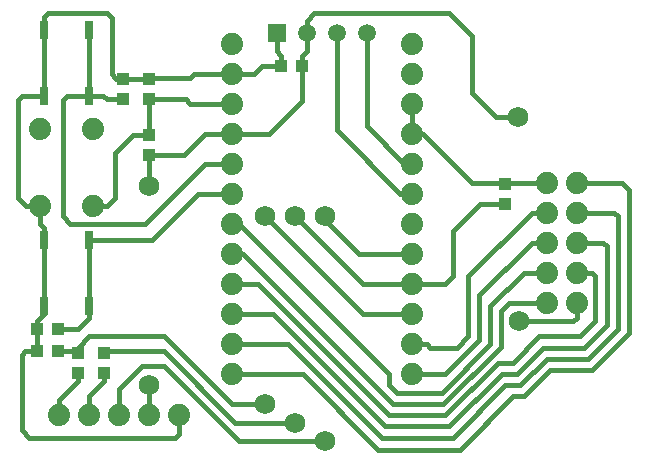
<source format=gbr>
G04 EAGLE Gerber RS-274X export*
G75*
%MOMM*%
%FSLAX34Y34*%
%LPD*%
%INTop Copper*%
%IPPOS*%
%AMOC8*
5,1,8,0,0,1.08239X$1,22.5*%
G01*
%ADD10C,1.879600*%
%ADD11R,1.508000X1.508000*%
%ADD12C,1.508000*%
%ADD13R,0.762000X1.524000*%
%ADD14R,1.080000X1.050000*%
%ADD15R,1.050000X1.080000*%
%ADD16R,1.100000X1.000000*%
%ADD17C,0.406400*%
%ADD18C,1.752600*%


D10*
X381000Y342900D03*
X381000Y317500D03*
X381000Y292100D03*
X381000Y266700D03*
X381000Y241300D03*
X381000Y215900D03*
X381000Y190500D03*
X381000Y165100D03*
X381000Y139700D03*
X381000Y114300D03*
X381000Y88900D03*
X381000Y63500D03*
X228600Y63500D03*
X228600Y88900D03*
X228600Y114300D03*
X228600Y139700D03*
X228600Y165100D03*
X228600Y190500D03*
X228600Y215900D03*
X228600Y241300D03*
X228600Y266700D03*
X228600Y292100D03*
X228600Y317500D03*
X228600Y342900D03*
D11*
X266700Y352425D03*
D12*
X292100Y352425D03*
X317500Y352425D03*
X342900Y352425D03*
D10*
X66294Y205613D03*
X66294Y270637D03*
X111506Y205613D03*
X111506Y270637D03*
D13*
X69850Y299085D03*
X69850Y354965D03*
X107950Y299085D03*
X107950Y354965D03*
D10*
X520700Y123825D03*
X495300Y123825D03*
X520700Y149225D03*
X495300Y149225D03*
X520700Y174625D03*
X495300Y174625D03*
X520700Y200025D03*
X495300Y200025D03*
X520700Y225425D03*
X495300Y225425D03*
X82550Y28575D03*
X107950Y28575D03*
X133350Y28575D03*
X158750Y28575D03*
X184150Y28575D03*
D13*
X69850Y121285D03*
X69850Y177165D03*
X107950Y121285D03*
X107950Y177165D03*
D14*
X158750Y296050D03*
X158750Y313550D03*
D15*
X81775Y82550D03*
X64275Y82550D03*
D14*
X460375Y207150D03*
X460375Y224650D03*
D15*
X288150Y323850D03*
X270650Y323850D03*
D16*
X158750Y265675D03*
X158750Y248675D03*
X98425Y64525D03*
X98425Y81525D03*
X120650Y64525D03*
X120650Y81525D03*
D15*
X81775Y101600D03*
X64275Y101600D03*
D14*
X136525Y296050D03*
X136525Y313550D03*
D17*
X196850Y317500D02*
X228600Y317500D01*
X247650Y317500D01*
X254000Y323850D01*
X270650Y323850D01*
X69850Y177165D02*
X69850Y121285D01*
X69850Y177165D02*
X69850Y187325D01*
X66294Y190881D02*
X66294Y205613D01*
X66294Y190881D02*
X69850Y187325D01*
X66294Y205613D02*
X54737Y205613D01*
X47625Y212725D01*
X47625Y295275D01*
X51435Y299085D02*
X69850Y299085D01*
X51435Y299085D02*
X47625Y295275D01*
X69850Y299085D02*
X69850Y354965D01*
X136525Y313550D02*
X158750Y313550D01*
X136525Y313550D02*
X130950Y313550D01*
X127000Y317500D01*
X127000Y365125D01*
X123417Y368708D01*
X73025Y368708D01*
X69850Y365533D01*
X69850Y354965D01*
X381000Y292100D02*
X381000Y266700D01*
X184150Y28575D02*
X184150Y12700D01*
X180975Y9525D01*
X57150Y9525D01*
X50800Y15875D01*
X50800Y79375D01*
X381000Y266700D02*
X390525Y266700D01*
X431800Y225425D01*
X459600Y225425D01*
X495300Y225425D01*
X266700Y336550D02*
X266700Y352425D01*
X270650Y332600D02*
X270650Y323850D01*
X270650Y332600D02*
X266700Y336550D01*
X64275Y101600D02*
X64275Y82550D01*
X64275Y101600D02*
X64275Y108725D01*
X69850Y114300D01*
X69850Y121285D01*
X158750Y313550D02*
X159525Y314325D01*
X193675Y314325D02*
X196850Y317500D01*
X193675Y314325D02*
X159525Y314325D01*
X459600Y225425D02*
X460375Y224650D01*
X64275Y82550D02*
X53975Y82550D01*
X50800Y79375D01*
X374650Y241300D02*
X381000Y241300D01*
X342900Y273050D02*
X342900Y352425D01*
X342900Y273050D02*
X374650Y241300D01*
X371475Y215900D02*
X381000Y215900D01*
X371475Y215900D02*
X317500Y269875D01*
X317500Y352425D01*
X336550Y165100D02*
X381000Y165100D01*
X336550Y165100D02*
X307975Y193675D01*
X307975Y196850D01*
D18*
X307975Y196850D03*
X307975Y6350D03*
D17*
X234950Y6350D01*
X171450Y69850D01*
X152400Y69850D01*
X133350Y50800D01*
X133350Y28575D01*
X339725Y139700D02*
X381000Y139700D01*
X339725Y139700D02*
X282575Y196850D01*
D18*
X282575Y196850D03*
X282575Y22225D03*
D17*
X231775Y22225D02*
X171450Y82550D01*
X231775Y22225D02*
X282575Y22225D01*
X121675Y82550D02*
X120650Y81525D01*
X121675Y82550D02*
X171450Y82550D01*
X381000Y139700D02*
X409575Y139700D01*
X415925Y146050D01*
X438925Y207150D02*
X460375Y207150D01*
X415925Y184150D02*
X415925Y146050D01*
X415925Y184150D02*
X438925Y207150D01*
X381000Y114300D02*
X339725Y114300D01*
X257175Y196850D01*
D18*
X257175Y196850D03*
X257175Y38100D03*
D17*
X98425Y81525D02*
X98425Y85725D01*
X107950Y95250D01*
X171450Y95250D01*
X228600Y38100D01*
X257175Y38100D01*
X97400Y82550D02*
X81775Y82550D01*
X97400Y82550D02*
X98425Y81525D01*
X193675Y292100D02*
X228600Y292100D01*
X189725Y296050D02*
X158750Y296050D01*
X189725Y296050D02*
X193675Y292100D01*
X158750Y296050D02*
X158750Y265675D01*
X145025Y265675D01*
X130175Y250825D02*
X130175Y212725D01*
X123063Y205613D01*
X111506Y205613D01*
X130175Y250825D02*
X145025Y265675D01*
X158750Y248675D02*
X188350Y248675D01*
X206375Y266700D01*
X228600Y266700D01*
X260350Y266700D01*
X288150Y294500D02*
X288150Y323850D01*
X288150Y294500D02*
X260350Y266700D01*
X288150Y323850D02*
X288150Y332600D01*
X292100Y336550D01*
X292100Y352425D01*
X520700Y123825D02*
X520700Y111125D01*
X517525Y107950D01*
X472336Y107950D02*
X471932Y108354D01*
D18*
X471932Y108354D03*
X471488Y280988D03*
D17*
X452438Y280988D01*
X431800Y301625D01*
X472336Y107950D02*
X517525Y107950D01*
X292100Y352425D02*
X292100Y362358D01*
X298450Y368708D01*
X412750Y368708D01*
X431800Y349658D01*
X431800Y301625D01*
D18*
X158750Y53975D03*
X158750Y222250D03*
D17*
X158750Y248675D01*
X158750Y53975D02*
X158750Y28575D01*
X98425Y57150D02*
X98425Y64525D01*
X98425Y57150D02*
X82550Y41275D01*
X82550Y28575D01*
X120650Y57150D02*
X120650Y64525D01*
X120650Y57150D02*
X107950Y44450D01*
X107950Y28575D01*
X107950Y177165D02*
X161290Y177165D01*
X200025Y215900D01*
X228600Y215900D01*
X107950Y177165D02*
X107950Y121285D01*
X98425Y101600D02*
X81775Y101600D01*
X98425Y101600D02*
X107950Y111125D01*
X107950Y121285D01*
X206375Y241300D02*
X228600Y241300D01*
X155575Y190500D02*
X92075Y190500D01*
X85725Y196850D01*
X85725Y295275D01*
X89535Y299085D02*
X107950Y299085D01*
X206375Y241300D02*
X155575Y190500D01*
X85725Y295275D02*
X89535Y299085D01*
X107950Y299085D02*
X107950Y354965D01*
X107950Y299085D02*
X120015Y299085D01*
X123050Y296050D02*
X136525Y296050D01*
X123050Y296050D02*
X120015Y299085D01*
X228600Y139700D02*
X250825Y139700D01*
X361950Y28575D01*
X523875Y95250D02*
X536575Y107950D01*
X536575Y146050D01*
X533400Y149225D01*
X520700Y149225D01*
X409575Y28575D02*
X361950Y28575D01*
X409575Y28575D02*
X454025Y73025D01*
X488950Y95250D02*
X523875Y95250D01*
X466725Y73025D02*
X454025Y73025D01*
X466725Y73025D02*
X488950Y95250D01*
X263525Y114300D02*
X228600Y114300D01*
X358775Y19050D02*
X412750Y19050D01*
X457200Y63500D01*
X546100Y104775D02*
X546100Y171450D01*
X542925Y174625D01*
X520700Y174625D01*
X358775Y19050D02*
X263525Y114300D01*
X492125Y85725D02*
X527050Y85725D01*
X546100Y104775D01*
X469900Y63500D02*
X457200Y63500D01*
X469900Y63500D02*
X492125Y85725D01*
X276225Y88900D02*
X228600Y88900D01*
X276225Y88900D02*
X355600Y9525D01*
X415925Y9525D01*
X460375Y53975D01*
X495300Y76200D02*
X530225Y76200D01*
X555625Y101600D01*
X555625Y196850D02*
X552450Y200025D01*
X520700Y200025D01*
X555625Y196850D02*
X555625Y101600D01*
X473075Y53975D02*
X460375Y53975D01*
X473075Y53975D02*
X495300Y76200D01*
X288925Y63500D02*
X228600Y63500D01*
X288925Y63500D02*
X352933Y-508D01*
X421767Y-508D02*
X466725Y44450D01*
X498475Y66675D02*
X533400Y66675D01*
X565150Y98425D01*
X565150Y219075D01*
X558800Y225425D01*
X520700Y225425D01*
X421767Y-508D02*
X352933Y-508D01*
X466725Y44450D02*
X476250Y44450D01*
X498475Y66675D01*
X419100Y85725D02*
X396875Y85725D01*
X393700Y88900D01*
X381000Y88900D01*
X419100Y85725D02*
X428625Y95250D01*
X428625Y146050D01*
X482600Y200025D01*
X495300Y200025D01*
X495300Y174625D02*
X482600Y174625D01*
X438150Y130175D01*
X438150Y92075D01*
X409575Y63500D01*
X381000Y63500D01*
X234950Y190500D02*
X228600Y190500D01*
X234950Y190500D02*
X361950Y63500D01*
X361950Y53975D01*
X368300Y47625D01*
X406400Y47625D01*
X447675Y88900D01*
X447675Y120650D01*
X476250Y149225D01*
X495300Y149225D01*
X495300Y123825D02*
X463550Y123825D01*
X456438Y116713D02*
X456438Y86585D01*
X407953Y38100D01*
X365125Y38100D01*
X238125Y165100D01*
X228600Y165100D01*
X456438Y116713D02*
X463550Y123825D01*
M02*

</source>
